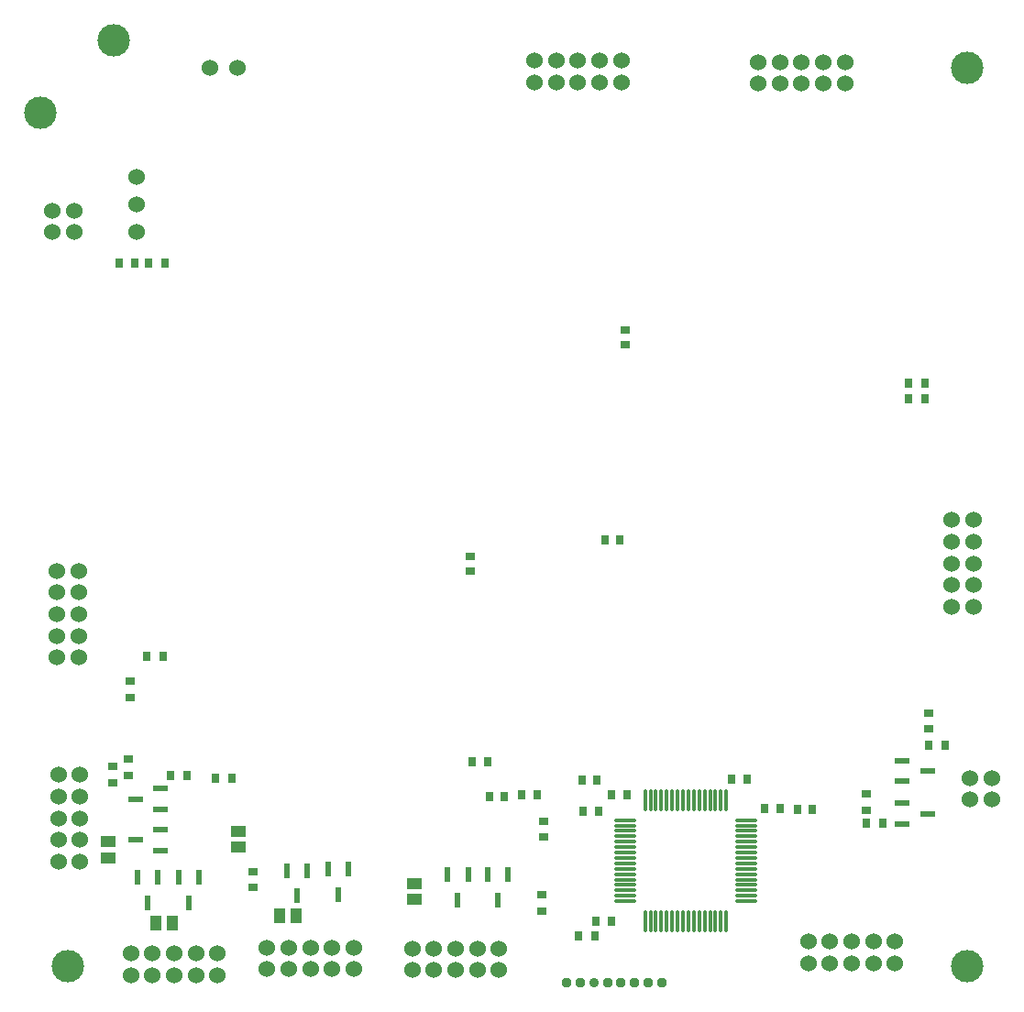
<source format=gbr>
%TF.GenerationSoftware,Altium Limited,Altium Designer,18.1.7 (191)*%
G04 Layer_Color=255*
%FSLAX43Y43*%
%MOMM*%
%TF.FileFunction,Pads,Bot*%
%TF.Part,Single*%
G01*
G75*
%TA.AperFunction,SMDPad,CuDef*%
%ADD15R,1.450X0.600*%
%ADD16R,0.900X0.700*%
%ADD19R,0.600X1.450*%
%ADD21R,1.100X1.400*%
%ADD23R,0.700X0.900*%
%ADD24R,0.900X0.800*%
%ADD25R,0.800X0.900*%
%ADD30R,1.400X1.100*%
%TA.AperFunction,ViaPad*%
%ADD54C,3.000*%
%TA.AperFunction,ComponentPad*%
%ADD55C,1.524*%
%ADD56C,0.950*%
%ADD57C,0.900*%
%TA.AperFunction,SMDPad,CuDef*%
%ADD59O,2.100X0.300*%
%ADD60O,0.300X2.100*%
D15*
X10950Y16400D02*
D03*
X13300Y15450D02*
D03*
Y17350D02*
D03*
Y21150D02*
D03*
Y19250D02*
D03*
X10950Y20200D02*
D03*
X84100Y22775D02*
D03*
X81750Y23725D02*
D03*
Y21825D02*
D03*
X84100Y18850D02*
D03*
X81750Y19800D02*
D03*
Y17900D02*
D03*
D16*
X21800Y13500D02*
D03*
Y12000D02*
D03*
X48500Y11325D02*
D03*
Y9825D02*
D03*
X10275Y23875D02*
D03*
Y22375D02*
D03*
X78475Y19150D02*
D03*
Y20650D02*
D03*
X8900Y21725D02*
D03*
Y23225D02*
D03*
X10475Y29550D02*
D03*
Y31050D02*
D03*
X84225Y28150D02*
D03*
Y26650D02*
D03*
D19*
X12100Y10625D02*
D03*
X13050Y12975D02*
D03*
X11150D02*
D03*
X15875Y10625D02*
D03*
X16825Y12975D02*
D03*
X14925D02*
D03*
X28725Y13725D02*
D03*
X30625D02*
D03*
X29675Y11375D02*
D03*
X43475Y13200D02*
D03*
X45375D02*
D03*
X44425Y10850D02*
D03*
X24950Y13600D02*
D03*
X26850D02*
D03*
X25900Y11250D02*
D03*
X39775Y13200D02*
D03*
X41675D02*
D03*
X40725Y10850D02*
D03*
D21*
X14375Y8725D02*
D03*
X12875D02*
D03*
X24275Y9448D02*
D03*
X25775D02*
D03*
D23*
X14200Y22350D02*
D03*
X15700D02*
D03*
X43525Y23650D02*
D03*
X42025D02*
D03*
X18350Y22100D02*
D03*
X19850D02*
D03*
X13700Y69700D02*
D03*
X12200D02*
D03*
X10925Y69725D02*
D03*
X9425D02*
D03*
X78475Y17925D02*
D03*
X79975D02*
D03*
X51900Y7575D02*
D03*
X53400D02*
D03*
X82375Y58600D02*
D03*
X83875D02*
D03*
X82375Y57125D02*
D03*
X83875D02*
D03*
X13525Y33375D02*
D03*
X12025D02*
D03*
X85725Y25200D02*
D03*
X84225D02*
D03*
D24*
X48650Y18100D02*
D03*
Y16700D02*
D03*
X56150Y63525D02*
D03*
Y62125D02*
D03*
X41875Y42625D02*
D03*
Y41225D02*
D03*
D25*
X66025Y22025D02*
D03*
X67425D02*
D03*
X43625Y20450D02*
D03*
X45025D02*
D03*
X55700Y44100D02*
D03*
X54300D02*
D03*
X69075Y19350D02*
D03*
X70475D02*
D03*
X73475Y19225D02*
D03*
X72075D02*
D03*
X46625Y20575D02*
D03*
X48025D02*
D03*
X52300Y19025D02*
D03*
X53700D02*
D03*
X54900Y8900D02*
D03*
X53500D02*
D03*
X53575Y21950D02*
D03*
X52175D02*
D03*
X56325Y20550D02*
D03*
X54925D02*
D03*
D30*
X8400Y14750D02*
D03*
Y16250D02*
D03*
X20500Y17225D02*
D03*
Y15725D02*
D03*
X36700Y12400D02*
D03*
Y10900D02*
D03*
D54*
X8925Y90300D02*
D03*
X4725Y4725D02*
D03*
X87775Y4725D02*
D03*
X87775Y87750D02*
D03*
X2200Y83575D02*
D03*
D55*
X36525Y4400D02*
D03*
Y6400D02*
D03*
X38525Y4400D02*
D03*
Y6400D02*
D03*
X40525Y4400D02*
D03*
Y6400D02*
D03*
X42525Y4400D02*
D03*
Y6400D02*
D03*
X44525Y4400D02*
D03*
Y6400D02*
D03*
X47825Y86400D02*
D03*
Y88400D02*
D03*
X49825Y86400D02*
D03*
Y88400D02*
D03*
X51825Y86400D02*
D03*
Y88400D02*
D03*
X53825Y86400D02*
D03*
Y88400D02*
D03*
X55825Y86400D02*
D03*
Y88400D02*
D03*
X23125Y4492D02*
D03*
Y6492D02*
D03*
X25125Y4492D02*
D03*
Y6492D02*
D03*
X27125Y4492D02*
D03*
Y6492D02*
D03*
X29125Y4492D02*
D03*
Y6492D02*
D03*
X31125Y4492D02*
D03*
Y6492D02*
D03*
X10525Y3900D02*
D03*
Y5900D02*
D03*
X12525Y3900D02*
D03*
Y5900D02*
D03*
X14525Y3900D02*
D03*
Y5900D02*
D03*
X16525Y3900D02*
D03*
Y5900D02*
D03*
X18525Y3900D02*
D03*
Y5900D02*
D03*
X5825Y14425D02*
D03*
X3825D02*
D03*
X5825Y16425D02*
D03*
X3825D02*
D03*
X5825Y18425D02*
D03*
X3825D02*
D03*
X5825Y20425D02*
D03*
X3825D02*
D03*
X5825Y22425D02*
D03*
X3825D02*
D03*
X5275Y72550D02*
D03*
Y74550D02*
D03*
X3275Y72550D02*
D03*
Y74550D02*
D03*
X11025Y72560D02*
D03*
Y75100D02*
D03*
Y77640D02*
D03*
X73100Y5025D02*
D03*
Y7025D02*
D03*
X75100Y5025D02*
D03*
Y7025D02*
D03*
X77100Y5025D02*
D03*
Y7025D02*
D03*
X79100Y5025D02*
D03*
Y7025D02*
D03*
X81100Y5025D02*
D03*
Y7025D02*
D03*
X3700Y33275D02*
D03*
Y35275D02*
D03*
Y39275D02*
D03*
X5700Y35275D02*
D03*
X3700Y37275D02*
D03*
X5700Y33275D02*
D03*
Y37275D02*
D03*
X3700Y41275D02*
D03*
X5700Y39275D02*
D03*
Y41275D02*
D03*
X88325Y37950D02*
D03*
X86325D02*
D03*
X88325Y39950D02*
D03*
X86325D02*
D03*
X88325Y41950D02*
D03*
X86325D02*
D03*
X88325Y43950D02*
D03*
X86325D02*
D03*
X88325Y45950D02*
D03*
X86325D02*
D03*
X17825Y87725D02*
D03*
X20350D02*
D03*
X68475Y86279D02*
D03*
Y88279D02*
D03*
X70475Y86279D02*
D03*
Y88279D02*
D03*
X72475Y86279D02*
D03*
Y88279D02*
D03*
X74475Y86279D02*
D03*
Y88279D02*
D03*
X76475Y86279D02*
D03*
Y88279D02*
D03*
X88050Y22150D02*
D03*
Y20150D02*
D03*
X90050Y22150D02*
D03*
Y20150D02*
D03*
D56*
X59550Y3225D02*
D03*
X58300D02*
D03*
X57050D02*
D03*
X55800D02*
D03*
X54550D02*
D03*
X52050D02*
D03*
X50800D02*
D03*
D57*
X53300D02*
D03*
D59*
X67375Y17750D02*
D03*
Y18250D02*
D03*
Y16750D02*
D03*
Y17250D02*
D03*
Y14750D02*
D03*
Y15250D02*
D03*
Y14250D02*
D03*
Y16250D02*
D03*
Y15750D02*
D03*
Y13250D02*
D03*
Y13750D02*
D03*
Y11250D02*
D03*
Y11750D02*
D03*
Y10750D02*
D03*
Y12750D02*
D03*
Y12250D02*
D03*
X56175Y18250D02*
D03*
Y17750D02*
D03*
Y15750D02*
D03*
Y16250D02*
D03*
Y15250D02*
D03*
Y17250D02*
D03*
Y16750D02*
D03*
Y13250D02*
D03*
Y13750D02*
D03*
Y12750D02*
D03*
Y14750D02*
D03*
Y14250D02*
D03*
Y12250D02*
D03*
Y11750D02*
D03*
Y11250D02*
D03*
Y10750D02*
D03*
D60*
X65525Y20100D02*
D03*
X65025D02*
D03*
X64025D02*
D03*
X63525D02*
D03*
X64525D02*
D03*
X62525D02*
D03*
X63025D02*
D03*
X62025D02*
D03*
X61525D02*
D03*
X61025D02*
D03*
X62525Y8900D02*
D03*
X62025D02*
D03*
X63025D02*
D03*
X61025D02*
D03*
X61525D02*
D03*
X65025D02*
D03*
X64525D02*
D03*
X65525D02*
D03*
X63525D02*
D03*
X64025D02*
D03*
X60025Y20100D02*
D03*
X59525D02*
D03*
X60525D02*
D03*
X58025D02*
D03*
X59025D02*
D03*
X58525D02*
D03*
X60025Y8900D02*
D03*
X60525D02*
D03*
X59025D02*
D03*
X58525D02*
D03*
X59525D02*
D03*
X58025D02*
D03*
%TF.MD5,20c309e91b5cde6e6ad778343d51d0a4*%
M02*

</source>
